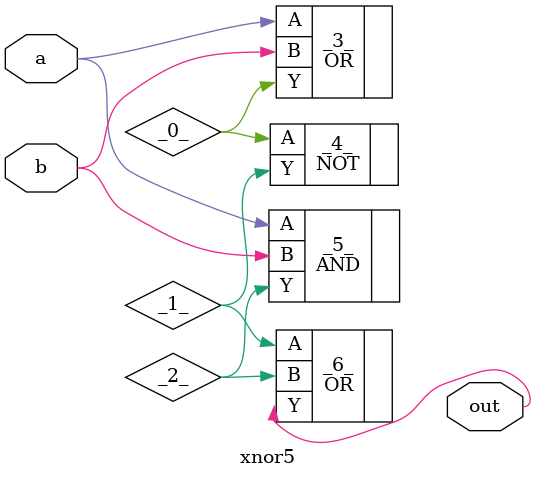
<source format=v>
/* Generated by Yosys 0.41+83 (git sha1 7045cf509, x86_64-w64-mingw32-g++ 13.2.1 -Os) */

/* cells_not_processed =  1  */
/* src = "xnor5.v:1.1-9.10" */
module xnor5(a, b, out);
  wire _0_;
  wire _1_;
  wire _2_;
  /* src = "xnor5.v:2.16-2.17" */
  input a;
  wire a;
  /* src = "xnor5.v:3.16-3.17" */
  input b;
  wire b;
  /* src = "xnor5.v:4.17-4.20" */
  output out;
  wire out;
  OR _3_ (
    .A(a),
    .B(b),
    .Y(_0_)
  );
  NOT _4_ (
    .A(_0_),
    .Y(_1_)
  );
  AND _5_ (
    .A(a),
    .B(b),
    .Y(_2_)
  );
  OR _6_ (
    .A(_1_),
    .B(_2_),
    .Y(out)
  );
endmodule

</source>
